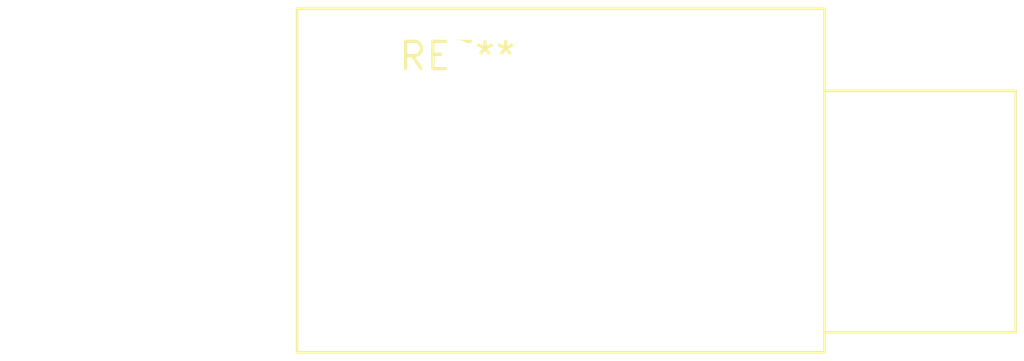
<source format=kicad_pcb>
(kicad_pcb (version 20240108) (generator pcbnew)
  (layers (0 "F.Cu" signal) (31 "B.Cu" signal) (34 "B.Paste" user) (35 "F.Paste" user) (36 "B.SilkS" user "B.Silkscreen") (37 "F.SilkS" user "F.Silkscreen") (38 "B.Mask" user) (39 "F.Mask" user) (44 "Edge.Cuts" user))
  (net 0 "")
  (footprint "Jack_6.35mm_Neutrik_NRJ6HH-1_Horizontal" (layer "F.Cu") (at 0 0)
    (property "Reference" "REF**")
    (property "Value" "Jack_6.35mm_Neutrik_NRJ6HH-1_Horizontal")
    (fp_line (start -7.47 -2.21) (end 17.07 -2.21) (layer "F.SilkS") (stroke (width 0.12)))
    (fp_line (start -7.47 13.78) (end -7.47 -2.21) (layer "F.SilkS") (stroke (width 0.12)))
    (fp_line (start -7.47 13.78) (end 17.07 13.78) (layer "F.SilkS") (stroke (width 0.12)))
    (fp_line (start 17.07 -2.21) (end 17.07 13.78) (layer "F.SilkS") (stroke (width 0.12)))
    (fp_line (start 25.97 1.61) (end 17.07 1.61) (layer "F.SilkS") (stroke (width 0.12)))
    (fp_line (start 25.97 12.85) (end 17.07 12.85) (layer "F.SilkS") (stroke (width 0.12)))
    (fp_line (start 25.97 12.85) (end 25.97 1.61) (layer "F.SilkS") (stroke (width 0.12)))
    (pad "" np_thru_hole circle (at 3.15 2.13) (size 3 3) (drill 3) (layers *.Cu *.Mask))
    (pad "" np_thru_hole circle (at 9.5 0) (size 2 2) (drill 2) (layers *.Cu *.Mask))
    (pad "" np_thru_hole circle (at 9.5 11.43) (size 2 2) (drill 2) (layers *.Cu *.Mask))
    (pad "G" thru_hole circle (at 12.7 11.43) (size 3 3) (drill 1.5) (layers *.Cu *.Mask) (remove_unused_layers))
    (pad "R" thru_hole circle (at 6.35 0) (size 3 3) (drill 1.5) (layers *.Cu *.Mask) (remove_unused_layers))
    (pad "RN" thru_hole circle (at 6.35 11.43) (size 3 3) (drill 1.5) (layers *.Cu *.Mask) (remove_unused_layers))
    (pad "S" thru_hole circle (at 12.7 0) (size 3 3) (drill 1.5) (layers *.Cu *.Mask) (remove_unused_layers))
    (pad "T" thru_hole circle (at 0 0) (size 3 3) (drill 1.5) (layers *.Cu *.Mask) (remove_unused_layers))
    (pad "TN" thru_hole circle (at 0 11.43) (size 3 3) (drill 1.5) (layers *.Cu *.Mask) (remove_unused_layers))
  )
)
</source>
